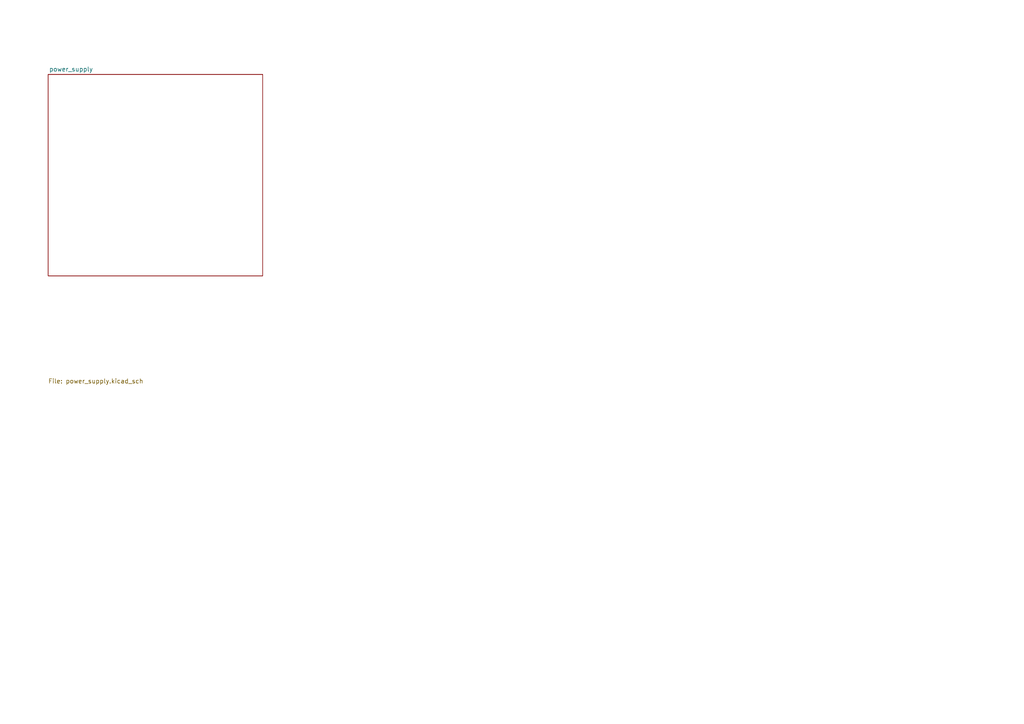
<source format=kicad_sch>
(kicad_sch
	(version 20231120)
	(generator "eeschema")
	(generator_version "8.0")
	(uuid "bd4452a8-79f4-4b4d-9e93-32f91c7e59e8")
	(paper "A4")
	(lib_symbols)
	(sheet
		(at 13.97 21.59)
		(size 62.23 58.42)
		(stroke
			(width 0.1524)
			(type solid)
		)
		(fill
			(color 0 0 0 0.0000)
		)
		(uuid "483bf78b-dfb8-4148-a581-618010db7df4")
		(property "Sheetname" "power_supply"
			(at 14.224 20.828 0)
			(effects
				(font
					(size 1.27 1.27)
				)
				(justify left bottom)
			)
		)
		(property "Sheetfile" "power_supply.kicad_sch"
			(at 13.97 109.8046 0)
			(effects
				(font
					(size 1.27 1.27)
				)
				(justify left top)
			)
		)
		(instances
			(project "pedal_kicad"
				(path "/bd4452a8-79f4-4b4d-9e93-32f91c7e59e8"
					(page "2")
				)
			)
		)
	)
	(sheet_instances
		(path "/"
			(page "1")
		)
	)
)
</source>
